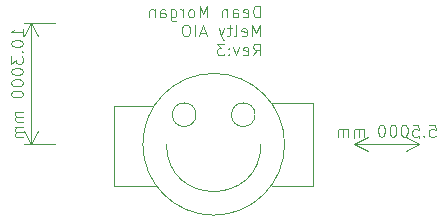
<source format=gbr>
%TF.GenerationSoftware,KiCad,Pcbnew,9.0.3*%
%TF.CreationDate,2025-07-29T21:31:59-06:00*%
%TF.ProjectId,AIOMeltyV3,41494f4d-656c-4747-9956-332e6b696361,rev?*%
%TF.SameCoordinates,Original*%
%TF.FileFunction,Legend,Bot*%
%TF.FilePolarity,Positive*%
%FSLAX46Y46*%
G04 Gerber Fmt 4.6, Leading zero omitted, Abs format (unit mm)*
G04 Created by KiCad (PCBNEW 9.0.3) date 2025-07-29 21:31:59*
%MOMM*%
%LPD*%
G01*
G04 APERTURE LIST*
%ADD10C,0.100000*%
G04 APERTURE END LIST*
D10*
X157250000Y-102950000D02*
G75*
G02*
X149250000Y-102950000I-4000000J0D01*
G01*
X161650000Y-99450000D02*
X161650000Y-106450000D01*
X144850000Y-106450000D02*
X144850000Y-99750000D01*
X156750000Y-100450000D02*
G75*
G02*
X154750000Y-100450000I-1000000J0D01*
G01*
X154750000Y-100450000D02*
G75*
G02*
X156750000Y-100450000I1000000J0D01*
G01*
X148350000Y-106450000D02*
X144850000Y-106450000D01*
X159250833Y-102950000D02*
G75*
G02*
X147249167Y-102950000I-6000833J0D01*
G01*
X147249167Y-102950000D02*
G75*
G02*
X159250833Y-102950000I6000833J0D01*
G01*
X161650000Y-106450000D02*
X158150000Y-106450000D01*
X151750000Y-100450000D02*
G75*
G02*
X149750000Y-100450000I-1000000J0D01*
G01*
X149750000Y-100450000D02*
G75*
G02*
X151750000Y-100450000I1000000J0D01*
G01*
X144850000Y-99750000D02*
X148150000Y-99750000D01*
X158150000Y-99450000D02*
X161650000Y-99450000D01*
X157146115Y-92202531D02*
X157146115Y-91202531D01*
X157146115Y-91202531D02*
X156908020Y-91202531D01*
X156908020Y-91202531D02*
X156765163Y-91250150D01*
X156765163Y-91250150D02*
X156669925Y-91345388D01*
X156669925Y-91345388D02*
X156622306Y-91440626D01*
X156622306Y-91440626D02*
X156574687Y-91631102D01*
X156574687Y-91631102D02*
X156574687Y-91773959D01*
X156574687Y-91773959D02*
X156622306Y-91964435D01*
X156622306Y-91964435D02*
X156669925Y-92059673D01*
X156669925Y-92059673D02*
X156765163Y-92154912D01*
X156765163Y-92154912D02*
X156908020Y-92202531D01*
X156908020Y-92202531D02*
X157146115Y-92202531D01*
X155765163Y-92154912D02*
X155860401Y-92202531D01*
X155860401Y-92202531D02*
X156050877Y-92202531D01*
X156050877Y-92202531D02*
X156146115Y-92154912D01*
X156146115Y-92154912D02*
X156193734Y-92059673D01*
X156193734Y-92059673D02*
X156193734Y-91678721D01*
X156193734Y-91678721D02*
X156146115Y-91583483D01*
X156146115Y-91583483D02*
X156050877Y-91535864D01*
X156050877Y-91535864D02*
X155860401Y-91535864D01*
X155860401Y-91535864D02*
X155765163Y-91583483D01*
X155765163Y-91583483D02*
X155717544Y-91678721D01*
X155717544Y-91678721D02*
X155717544Y-91773959D01*
X155717544Y-91773959D02*
X156193734Y-91869197D01*
X154860401Y-92202531D02*
X154860401Y-91678721D01*
X154860401Y-91678721D02*
X154908020Y-91583483D01*
X154908020Y-91583483D02*
X155003258Y-91535864D01*
X155003258Y-91535864D02*
X155193734Y-91535864D01*
X155193734Y-91535864D02*
X155288972Y-91583483D01*
X154860401Y-92154912D02*
X154955639Y-92202531D01*
X154955639Y-92202531D02*
X155193734Y-92202531D01*
X155193734Y-92202531D02*
X155288972Y-92154912D01*
X155288972Y-92154912D02*
X155336591Y-92059673D01*
X155336591Y-92059673D02*
X155336591Y-91964435D01*
X155336591Y-91964435D02*
X155288972Y-91869197D01*
X155288972Y-91869197D02*
X155193734Y-91821578D01*
X155193734Y-91821578D02*
X154955639Y-91821578D01*
X154955639Y-91821578D02*
X154860401Y-91773959D01*
X154384210Y-91535864D02*
X154384210Y-92202531D01*
X154384210Y-91631102D02*
X154336591Y-91583483D01*
X154336591Y-91583483D02*
X154241353Y-91535864D01*
X154241353Y-91535864D02*
X154098496Y-91535864D01*
X154098496Y-91535864D02*
X154003258Y-91583483D01*
X154003258Y-91583483D02*
X153955639Y-91678721D01*
X153955639Y-91678721D02*
X153955639Y-92202531D01*
X152717543Y-92202531D02*
X152717543Y-91202531D01*
X152717543Y-91202531D02*
X152384210Y-91916816D01*
X152384210Y-91916816D02*
X152050877Y-91202531D01*
X152050877Y-91202531D02*
X152050877Y-92202531D01*
X151431829Y-92202531D02*
X151527067Y-92154912D01*
X151527067Y-92154912D02*
X151574686Y-92107292D01*
X151574686Y-92107292D02*
X151622305Y-92012054D01*
X151622305Y-92012054D02*
X151622305Y-91726340D01*
X151622305Y-91726340D02*
X151574686Y-91631102D01*
X151574686Y-91631102D02*
X151527067Y-91583483D01*
X151527067Y-91583483D02*
X151431829Y-91535864D01*
X151431829Y-91535864D02*
X151288972Y-91535864D01*
X151288972Y-91535864D02*
X151193734Y-91583483D01*
X151193734Y-91583483D02*
X151146115Y-91631102D01*
X151146115Y-91631102D02*
X151098496Y-91726340D01*
X151098496Y-91726340D02*
X151098496Y-92012054D01*
X151098496Y-92012054D02*
X151146115Y-92107292D01*
X151146115Y-92107292D02*
X151193734Y-92154912D01*
X151193734Y-92154912D02*
X151288972Y-92202531D01*
X151288972Y-92202531D02*
X151431829Y-92202531D01*
X150669924Y-92202531D02*
X150669924Y-91535864D01*
X150669924Y-91726340D02*
X150622305Y-91631102D01*
X150622305Y-91631102D02*
X150574686Y-91583483D01*
X150574686Y-91583483D02*
X150479448Y-91535864D01*
X150479448Y-91535864D02*
X150384210Y-91535864D01*
X149622305Y-91535864D02*
X149622305Y-92345388D01*
X149622305Y-92345388D02*
X149669924Y-92440626D01*
X149669924Y-92440626D02*
X149717543Y-92488245D01*
X149717543Y-92488245D02*
X149812781Y-92535864D01*
X149812781Y-92535864D02*
X149955638Y-92535864D01*
X149955638Y-92535864D02*
X150050876Y-92488245D01*
X149622305Y-92154912D02*
X149717543Y-92202531D01*
X149717543Y-92202531D02*
X149908019Y-92202531D01*
X149908019Y-92202531D02*
X150003257Y-92154912D01*
X150003257Y-92154912D02*
X150050876Y-92107292D01*
X150050876Y-92107292D02*
X150098495Y-92012054D01*
X150098495Y-92012054D02*
X150098495Y-91726340D01*
X150098495Y-91726340D02*
X150050876Y-91631102D01*
X150050876Y-91631102D02*
X150003257Y-91583483D01*
X150003257Y-91583483D02*
X149908019Y-91535864D01*
X149908019Y-91535864D02*
X149717543Y-91535864D01*
X149717543Y-91535864D02*
X149622305Y-91583483D01*
X148717543Y-92202531D02*
X148717543Y-91678721D01*
X148717543Y-91678721D02*
X148765162Y-91583483D01*
X148765162Y-91583483D02*
X148860400Y-91535864D01*
X148860400Y-91535864D02*
X149050876Y-91535864D01*
X149050876Y-91535864D02*
X149146114Y-91583483D01*
X148717543Y-92154912D02*
X148812781Y-92202531D01*
X148812781Y-92202531D02*
X149050876Y-92202531D01*
X149050876Y-92202531D02*
X149146114Y-92154912D01*
X149146114Y-92154912D02*
X149193733Y-92059673D01*
X149193733Y-92059673D02*
X149193733Y-91964435D01*
X149193733Y-91964435D02*
X149146114Y-91869197D01*
X149146114Y-91869197D02*
X149050876Y-91821578D01*
X149050876Y-91821578D02*
X148812781Y-91821578D01*
X148812781Y-91821578D02*
X148717543Y-91773959D01*
X148241352Y-91535864D02*
X148241352Y-92202531D01*
X148241352Y-91631102D02*
X148193733Y-91583483D01*
X148193733Y-91583483D02*
X148098495Y-91535864D01*
X148098495Y-91535864D02*
X147955638Y-91535864D01*
X147955638Y-91535864D02*
X147860400Y-91583483D01*
X147860400Y-91583483D02*
X147812781Y-91678721D01*
X147812781Y-91678721D02*
X147812781Y-92202531D01*
X157146115Y-93812475D02*
X157146115Y-92812475D01*
X157146115Y-92812475D02*
X156812782Y-93526760D01*
X156812782Y-93526760D02*
X156479449Y-92812475D01*
X156479449Y-92812475D02*
X156479449Y-93812475D01*
X155622306Y-93764856D02*
X155717544Y-93812475D01*
X155717544Y-93812475D02*
X155908020Y-93812475D01*
X155908020Y-93812475D02*
X156003258Y-93764856D01*
X156003258Y-93764856D02*
X156050877Y-93669617D01*
X156050877Y-93669617D02*
X156050877Y-93288665D01*
X156050877Y-93288665D02*
X156003258Y-93193427D01*
X156003258Y-93193427D02*
X155908020Y-93145808D01*
X155908020Y-93145808D02*
X155717544Y-93145808D01*
X155717544Y-93145808D02*
X155622306Y-93193427D01*
X155622306Y-93193427D02*
X155574687Y-93288665D01*
X155574687Y-93288665D02*
X155574687Y-93383903D01*
X155574687Y-93383903D02*
X156050877Y-93479141D01*
X155003258Y-93812475D02*
X155098496Y-93764856D01*
X155098496Y-93764856D02*
X155146115Y-93669617D01*
X155146115Y-93669617D02*
X155146115Y-92812475D01*
X154765162Y-93145808D02*
X154384210Y-93145808D01*
X154622305Y-92812475D02*
X154622305Y-93669617D01*
X154622305Y-93669617D02*
X154574686Y-93764856D01*
X154574686Y-93764856D02*
X154479448Y-93812475D01*
X154479448Y-93812475D02*
X154384210Y-93812475D01*
X154146114Y-93145808D02*
X153908019Y-93812475D01*
X153669924Y-93145808D02*
X153908019Y-93812475D01*
X153908019Y-93812475D02*
X154003257Y-94050570D01*
X154003257Y-94050570D02*
X154050876Y-94098189D01*
X154050876Y-94098189D02*
X154146114Y-94145808D01*
X152574685Y-93526760D02*
X152098495Y-93526760D01*
X152669923Y-93812475D02*
X152336590Y-92812475D01*
X152336590Y-92812475D02*
X152003257Y-93812475D01*
X151669923Y-93812475D02*
X151669923Y-92812475D01*
X151003257Y-92812475D02*
X150812781Y-92812475D01*
X150812781Y-92812475D02*
X150717543Y-92860094D01*
X150717543Y-92860094D02*
X150622305Y-92955332D01*
X150622305Y-92955332D02*
X150574686Y-93145808D01*
X150574686Y-93145808D02*
X150574686Y-93479141D01*
X150574686Y-93479141D02*
X150622305Y-93669617D01*
X150622305Y-93669617D02*
X150717543Y-93764856D01*
X150717543Y-93764856D02*
X150812781Y-93812475D01*
X150812781Y-93812475D02*
X151003257Y-93812475D01*
X151003257Y-93812475D02*
X151098495Y-93764856D01*
X151098495Y-93764856D02*
X151193733Y-93669617D01*
X151193733Y-93669617D02*
X151241352Y-93479141D01*
X151241352Y-93479141D02*
X151241352Y-93145808D01*
X151241352Y-93145808D02*
X151193733Y-92955332D01*
X151193733Y-92955332D02*
X151098495Y-92860094D01*
X151098495Y-92860094D02*
X151003257Y-92812475D01*
X156574687Y-95422419D02*
X156908020Y-94946228D01*
X157146115Y-95422419D02*
X157146115Y-94422419D01*
X157146115Y-94422419D02*
X156765163Y-94422419D01*
X156765163Y-94422419D02*
X156669925Y-94470038D01*
X156669925Y-94470038D02*
X156622306Y-94517657D01*
X156622306Y-94517657D02*
X156574687Y-94612895D01*
X156574687Y-94612895D02*
X156574687Y-94755752D01*
X156574687Y-94755752D02*
X156622306Y-94850990D01*
X156622306Y-94850990D02*
X156669925Y-94898609D01*
X156669925Y-94898609D02*
X156765163Y-94946228D01*
X156765163Y-94946228D02*
X157146115Y-94946228D01*
X155765163Y-95374800D02*
X155860401Y-95422419D01*
X155860401Y-95422419D02*
X156050877Y-95422419D01*
X156050877Y-95422419D02*
X156146115Y-95374800D01*
X156146115Y-95374800D02*
X156193734Y-95279561D01*
X156193734Y-95279561D02*
X156193734Y-94898609D01*
X156193734Y-94898609D02*
X156146115Y-94803371D01*
X156146115Y-94803371D02*
X156050877Y-94755752D01*
X156050877Y-94755752D02*
X155860401Y-94755752D01*
X155860401Y-94755752D02*
X155765163Y-94803371D01*
X155765163Y-94803371D02*
X155717544Y-94898609D01*
X155717544Y-94898609D02*
X155717544Y-94993847D01*
X155717544Y-94993847D02*
X156193734Y-95089085D01*
X155384210Y-94755752D02*
X155146115Y-95422419D01*
X155146115Y-95422419D02*
X154908020Y-94755752D01*
X154527067Y-95327180D02*
X154479448Y-95374800D01*
X154479448Y-95374800D02*
X154527067Y-95422419D01*
X154527067Y-95422419D02*
X154574686Y-95374800D01*
X154574686Y-95374800D02*
X154527067Y-95327180D01*
X154527067Y-95327180D02*
X154527067Y-95422419D01*
X154527067Y-94803371D02*
X154479448Y-94850990D01*
X154479448Y-94850990D02*
X154527067Y-94898609D01*
X154527067Y-94898609D02*
X154574686Y-94850990D01*
X154574686Y-94850990D02*
X154527067Y-94803371D01*
X154527067Y-94803371D02*
X154527067Y-94898609D01*
X154146115Y-94422419D02*
X153527068Y-94422419D01*
X153527068Y-94422419D02*
X153860401Y-94803371D01*
X153860401Y-94803371D02*
X153717544Y-94803371D01*
X153717544Y-94803371D02*
X153622306Y-94850990D01*
X153622306Y-94850990D02*
X153574687Y-94898609D01*
X153574687Y-94898609D02*
X153527068Y-94993847D01*
X153527068Y-94993847D02*
X153527068Y-95231942D01*
X153527068Y-95231942D02*
X153574687Y-95327180D01*
X153574687Y-95327180D02*
X153622306Y-95374800D01*
X153622306Y-95374800D02*
X153717544Y-95422419D01*
X153717544Y-95422419D02*
X154003258Y-95422419D01*
X154003258Y-95422419D02*
X154098496Y-95374800D01*
X154098496Y-95374800D02*
X154146115Y-95327180D01*
X137107420Y-93752381D02*
X137107420Y-93180953D01*
X137107420Y-93466667D02*
X136107420Y-93466667D01*
X136107420Y-93466667D02*
X136250277Y-93371429D01*
X136250277Y-93371429D02*
X136345515Y-93276191D01*
X136345515Y-93276191D02*
X136393134Y-93180953D01*
X136107420Y-94371429D02*
X136107420Y-94466667D01*
X136107420Y-94466667D02*
X136155039Y-94561905D01*
X136155039Y-94561905D02*
X136202658Y-94609524D01*
X136202658Y-94609524D02*
X136297896Y-94657143D01*
X136297896Y-94657143D02*
X136488372Y-94704762D01*
X136488372Y-94704762D02*
X136726467Y-94704762D01*
X136726467Y-94704762D02*
X136916943Y-94657143D01*
X136916943Y-94657143D02*
X137012181Y-94609524D01*
X137012181Y-94609524D02*
X137059801Y-94561905D01*
X137059801Y-94561905D02*
X137107420Y-94466667D01*
X137107420Y-94466667D02*
X137107420Y-94371429D01*
X137107420Y-94371429D02*
X137059801Y-94276191D01*
X137059801Y-94276191D02*
X137012181Y-94228572D01*
X137012181Y-94228572D02*
X136916943Y-94180953D01*
X136916943Y-94180953D02*
X136726467Y-94133334D01*
X136726467Y-94133334D02*
X136488372Y-94133334D01*
X136488372Y-94133334D02*
X136297896Y-94180953D01*
X136297896Y-94180953D02*
X136202658Y-94228572D01*
X136202658Y-94228572D02*
X136155039Y-94276191D01*
X136155039Y-94276191D02*
X136107420Y-94371429D01*
X137012181Y-95133334D02*
X137059801Y-95180953D01*
X137059801Y-95180953D02*
X137107420Y-95133334D01*
X137107420Y-95133334D02*
X137059801Y-95085715D01*
X137059801Y-95085715D02*
X137012181Y-95133334D01*
X137012181Y-95133334D02*
X137107420Y-95133334D01*
X136107420Y-95514286D02*
X136107420Y-96133333D01*
X136107420Y-96133333D02*
X136488372Y-95800000D01*
X136488372Y-95800000D02*
X136488372Y-95942857D01*
X136488372Y-95942857D02*
X136535991Y-96038095D01*
X136535991Y-96038095D02*
X136583610Y-96085714D01*
X136583610Y-96085714D02*
X136678848Y-96133333D01*
X136678848Y-96133333D02*
X136916943Y-96133333D01*
X136916943Y-96133333D02*
X137012181Y-96085714D01*
X137012181Y-96085714D02*
X137059801Y-96038095D01*
X137059801Y-96038095D02*
X137107420Y-95942857D01*
X137107420Y-95942857D02*
X137107420Y-95657143D01*
X137107420Y-95657143D02*
X137059801Y-95561905D01*
X137059801Y-95561905D02*
X137012181Y-95514286D01*
X136107420Y-96752381D02*
X136107420Y-96847619D01*
X136107420Y-96847619D02*
X136155039Y-96942857D01*
X136155039Y-96942857D02*
X136202658Y-96990476D01*
X136202658Y-96990476D02*
X136297896Y-97038095D01*
X136297896Y-97038095D02*
X136488372Y-97085714D01*
X136488372Y-97085714D02*
X136726467Y-97085714D01*
X136726467Y-97085714D02*
X136916943Y-97038095D01*
X136916943Y-97038095D02*
X137012181Y-96990476D01*
X137012181Y-96990476D02*
X137059801Y-96942857D01*
X137059801Y-96942857D02*
X137107420Y-96847619D01*
X137107420Y-96847619D02*
X137107420Y-96752381D01*
X137107420Y-96752381D02*
X137059801Y-96657143D01*
X137059801Y-96657143D02*
X137012181Y-96609524D01*
X137012181Y-96609524D02*
X136916943Y-96561905D01*
X136916943Y-96561905D02*
X136726467Y-96514286D01*
X136726467Y-96514286D02*
X136488372Y-96514286D01*
X136488372Y-96514286D02*
X136297896Y-96561905D01*
X136297896Y-96561905D02*
X136202658Y-96609524D01*
X136202658Y-96609524D02*
X136155039Y-96657143D01*
X136155039Y-96657143D02*
X136107420Y-96752381D01*
X136107420Y-97704762D02*
X136107420Y-97800000D01*
X136107420Y-97800000D02*
X136155039Y-97895238D01*
X136155039Y-97895238D02*
X136202658Y-97942857D01*
X136202658Y-97942857D02*
X136297896Y-97990476D01*
X136297896Y-97990476D02*
X136488372Y-98038095D01*
X136488372Y-98038095D02*
X136726467Y-98038095D01*
X136726467Y-98038095D02*
X136916943Y-97990476D01*
X136916943Y-97990476D02*
X137012181Y-97942857D01*
X137012181Y-97942857D02*
X137059801Y-97895238D01*
X137059801Y-97895238D02*
X137107420Y-97800000D01*
X137107420Y-97800000D02*
X137107420Y-97704762D01*
X137107420Y-97704762D02*
X137059801Y-97609524D01*
X137059801Y-97609524D02*
X137012181Y-97561905D01*
X137012181Y-97561905D02*
X136916943Y-97514286D01*
X136916943Y-97514286D02*
X136726467Y-97466667D01*
X136726467Y-97466667D02*
X136488372Y-97466667D01*
X136488372Y-97466667D02*
X136297896Y-97514286D01*
X136297896Y-97514286D02*
X136202658Y-97561905D01*
X136202658Y-97561905D02*
X136155039Y-97609524D01*
X136155039Y-97609524D02*
X136107420Y-97704762D01*
X136107420Y-98657143D02*
X136107420Y-98752381D01*
X136107420Y-98752381D02*
X136155039Y-98847619D01*
X136155039Y-98847619D02*
X136202658Y-98895238D01*
X136202658Y-98895238D02*
X136297896Y-98942857D01*
X136297896Y-98942857D02*
X136488372Y-98990476D01*
X136488372Y-98990476D02*
X136726467Y-98990476D01*
X136726467Y-98990476D02*
X136916943Y-98942857D01*
X136916943Y-98942857D02*
X137012181Y-98895238D01*
X137012181Y-98895238D02*
X137059801Y-98847619D01*
X137059801Y-98847619D02*
X137107420Y-98752381D01*
X137107420Y-98752381D02*
X137107420Y-98657143D01*
X137107420Y-98657143D02*
X137059801Y-98561905D01*
X137059801Y-98561905D02*
X137012181Y-98514286D01*
X137012181Y-98514286D02*
X136916943Y-98466667D01*
X136916943Y-98466667D02*
X136726467Y-98419048D01*
X136726467Y-98419048D02*
X136488372Y-98419048D01*
X136488372Y-98419048D02*
X136297896Y-98466667D01*
X136297896Y-98466667D02*
X136202658Y-98514286D01*
X136202658Y-98514286D02*
X136155039Y-98561905D01*
X136155039Y-98561905D02*
X136107420Y-98657143D01*
X137107420Y-100180953D02*
X136440753Y-100180953D01*
X136535991Y-100180953D02*
X136488372Y-100228572D01*
X136488372Y-100228572D02*
X136440753Y-100323810D01*
X136440753Y-100323810D02*
X136440753Y-100466667D01*
X136440753Y-100466667D02*
X136488372Y-100561905D01*
X136488372Y-100561905D02*
X136583610Y-100609524D01*
X136583610Y-100609524D02*
X137107420Y-100609524D01*
X136583610Y-100609524D02*
X136488372Y-100657143D01*
X136488372Y-100657143D02*
X136440753Y-100752381D01*
X136440753Y-100752381D02*
X136440753Y-100895238D01*
X136440753Y-100895238D02*
X136488372Y-100990477D01*
X136488372Y-100990477D02*
X136583610Y-101038096D01*
X136583610Y-101038096D02*
X137107420Y-101038096D01*
X137107420Y-101514286D02*
X136440753Y-101514286D01*
X136535991Y-101514286D02*
X136488372Y-101561905D01*
X136488372Y-101561905D02*
X136440753Y-101657143D01*
X136440753Y-101657143D02*
X136440753Y-101800000D01*
X136440753Y-101800000D02*
X136488372Y-101895238D01*
X136488372Y-101895238D02*
X136583610Y-101942857D01*
X136583610Y-101942857D02*
X137107420Y-101942857D01*
X136583610Y-101942857D02*
X136488372Y-101990476D01*
X136488372Y-101990476D02*
X136440753Y-102085714D01*
X136440753Y-102085714D02*
X136440753Y-102228571D01*
X136440753Y-102228571D02*
X136488372Y-102323810D01*
X136488372Y-102323810D02*
X136583610Y-102371429D01*
X136583610Y-102371429D02*
X137107420Y-102371429D01*
X139850000Y-92650000D02*
X137163581Y-92650000D01*
X139850000Y-102950000D02*
X137163581Y-102950000D01*
X137750001Y-92650000D02*
X137750001Y-102950000D01*
X137750001Y-92650000D02*
X138336422Y-93776504D01*
X137750001Y-92650000D02*
X137163580Y-93776504D01*
X137750001Y-102950000D02*
X137163580Y-101823496D01*
X137750001Y-102950000D02*
X138336422Y-101823496D01*
X171519047Y-101307419D02*
X171995237Y-101307419D01*
X171995237Y-101307419D02*
X172042856Y-101783609D01*
X172042856Y-101783609D02*
X171995237Y-101735990D01*
X171995237Y-101735990D02*
X171899999Y-101688371D01*
X171899999Y-101688371D02*
X171661904Y-101688371D01*
X171661904Y-101688371D02*
X171566666Y-101735990D01*
X171566666Y-101735990D02*
X171519047Y-101783609D01*
X171519047Y-101783609D02*
X171471428Y-101878847D01*
X171471428Y-101878847D02*
X171471428Y-102116942D01*
X171471428Y-102116942D02*
X171519047Y-102212180D01*
X171519047Y-102212180D02*
X171566666Y-102259800D01*
X171566666Y-102259800D02*
X171661904Y-102307419D01*
X171661904Y-102307419D02*
X171899999Y-102307419D01*
X171899999Y-102307419D02*
X171995237Y-102259800D01*
X171995237Y-102259800D02*
X172042856Y-102212180D01*
X171042856Y-102212180D02*
X170995237Y-102259800D01*
X170995237Y-102259800D02*
X171042856Y-102307419D01*
X171042856Y-102307419D02*
X171090475Y-102259800D01*
X171090475Y-102259800D02*
X171042856Y-102212180D01*
X171042856Y-102212180D02*
X171042856Y-102307419D01*
X170090476Y-101307419D02*
X170566666Y-101307419D01*
X170566666Y-101307419D02*
X170614285Y-101783609D01*
X170614285Y-101783609D02*
X170566666Y-101735990D01*
X170566666Y-101735990D02*
X170471428Y-101688371D01*
X170471428Y-101688371D02*
X170233333Y-101688371D01*
X170233333Y-101688371D02*
X170138095Y-101735990D01*
X170138095Y-101735990D02*
X170090476Y-101783609D01*
X170090476Y-101783609D02*
X170042857Y-101878847D01*
X170042857Y-101878847D02*
X170042857Y-102116942D01*
X170042857Y-102116942D02*
X170090476Y-102212180D01*
X170090476Y-102212180D02*
X170138095Y-102259800D01*
X170138095Y-102259800D02*
X170233333Y-102307419D01*
X170233333Y-102307419D02*
X170471428Y-102307419D01*
X170471428Y-102307419D02*
X170566666Y-102259800D01*
X170566666Y-102259800D02*
X170614285Y-102212180D01*
X169423809Y-101307419D02*
X169328571Y-101307419D01*
X169328571Y-101307419D02*
X169233333Y-101355038D01*
X169233333Y-101355038D02*
X169185714Y-101402657D01*
X169185714Y-101402657D02*
X169138095Y-101497895D01*
X169138095Y-101497895D02*
X169090476Y-101688371D01*
X169090476Y-101688371D02*
X169090476Y-101926466D01*
X169090476Y-101926466D02*
X169138095Y-102116942D01*
X169138095Y-102116942D02*
X169185714Y-102212180D01*
X169185714Y-102212180D02*
X169233333Y-102259800D01*
X169233333Y-102259800D02*
X169328571Y-102307419D01*
X169328571Y-102307419D02*
X169423809Y-102307419D01*
X169423809Y-102307419D02*
X169519047Y-102259800D01*
X169519047Y-102259800D02*
X169566666Y-102212180D01*
X169566666Y-102212180D02*
X169614285Y-102116942D01*
X169614285Y-102116942D02*
X169661904Y-101926466D01*
X169661904Y-101926466D02*
X169661904Y-101688371D01*
X169661904Y-101688371D02*
X169614285Y-101497895D01*
X169614285Y-101497895D02*
X169566666Y-101402657D01*
X169566666Y-101402657D02*
X169519047Y-101355038D01*
X169519047Y-101355038D02*
X169423809Y-101307419D01*
X168471428Y-101307419D02*
X168376190Y-101307419D01*
X168376190Y-101307419D02*
X168280952Y-101355038D01*
X168280952Y-101355038D02*
X168233333Y-101402657D01*
X168233333Y-101402657D02*
X168185714Y-101497895D01*
X168185714Y-101497895D02*
X168138095Y-101688371D01*
X168138095Y-101688371D02*
X168138095Y-101926466D01*
X168138095Y-101926466D02*
X168185714Y-102116942D01*
X168185714Y-102116942D02*
X168233333Y-102212180D01*
X168233333Y-102212180D02*
X168280952Y-102259800D01*
X168280952Y-102259800D02*
X168376190Y-102307419D01*
X168376190Y-102307419D02*
X168471428Y-102307419D01*
X168471428Y-102307419D02*
X168566666Y-102259800D01*
X168566666Y-102259800D02*
X168614285Y-102212180D01*
X168614285Y-102212180D02*
X168661904Y-102116942D01*
X168661904Y-102116942D02*
X168709523Y-101926466D01*
X168709523Y-101926466D02*
X168709523Y-101688371D01*
X168709523Y-101688371D02*
X168661904Y-101497895D01*
X168661904Y-101497895D02*
X168614285Y-101402657D01*
X168614285Y-101402657D02*
X168566666Y-101355038D01*
X168566666Y-101355038D02*
X168471428Y-101307419D01*
X167519047Y-101307419D02*
X167423809Y-101307419D01*
X167423809Y-101307419D02*
X167328571Y-101355038D01*
X167328571Y-101355038D02*
X167280952Y-101402657D01*
X167280952Y-101402657D02*
X167233333Y-101497895D01*
X167233333Y-101497895D02*
X167185714Y-101688371D01*
X167185714Y-101688371D02*
X167185714Y-101926466D01*
X167185714Y-101926466D02*
X167233333Y-102116942D01*
X167233333Y-102116942D02*
X167280952Y-102212180D01*
X167280952Y-102212180D02*
X167328571Y-102259800D01*
X167328571Y-102259800D02*
X167423809Y-102307419D01*
X167423809Y-102307419D02*
X167519047Y-102307419D01*
X167519047Y-102307419D02*
X167614285Y-102259800D01*
X167614285Y-102259800D02*
X167661904Y-102212180D01*
X167661904Y-102212180D02*
X167709523Y-102116942D01*
X167709523Y-102116942D02*
X167757142Y-101926466D01*
X167757142Y-101926466D02*
X167757142Y-101688371D01*
X167757142Y-101688371D02*
X167709523Y-101497895D01*
X167709523Y-101497895D02*
X167661904Y-101402657D01*
X167661904Y-101402657D02*
X167614285Y-101355038D01*
X167614285Y-101355038D02*
X167519047Y-101307419D01*
X165995237Y-102307419D02*
X165995237Y-101640752D01*
X165995237Y-101735990D02*
X165947618Y-101688371D01*
X165947618Y-101688371D02*
X165852380Y-101640752D01*
X165852380Y-101640752D02*
X165709523Y-101640752D01*
X165709523Y-101640752D02*
X165614285Y-101688371D01*
X165614285Y-101688371D02*
X165566666Y-101783609D01*
X165566666Y-101783609D02*
X165566666Y-102307419D01*
X165566666Y-101783609D02*
X165519047Y-101688371D01*
X165519047Y-101688371D02*
X165423809Y-101640752D01*
X165423809Y-101640752D02*
X165280952Y-101640752D01*
X165280952Y-101640752D02*
X165185713Y-101688371D01*
X165185713Y-101688371D02*
X165138094Y-101783609D01*
X165138094Y-101783609D02*
X165138094Y-102307419D01*
X164661904Y-102307419D02*
X164661904Y-101640752D01*
X164661904Y-101735990D02*
X164614285Y-101688371D01*
X164614285Y-101688371D02*
X164519047Y-101640752D01*
X164519047Y-101640752D02*
X164376190Y-101640752D01*
X164376190Y-101640752D02*
X164280952Y-101688371D01*
X164280952Y-101688371D02*
X164233333Y-101783609D01*
X164233333Y-101783609D02*
X164233333Y-102307419D01*
X164233333Y-101783609D02*
X164185714Y-101688371D01*
X164185714Y-101688371D02*
X164090476Y-101640752D01*
X164090476Y-101640752D02*
X163947619Y-101640752D01*
X163947619Y-101640752D02*
X163852380Y-101688371D01*
X163852380Y-101688371D02*
X163804761Y-101783609D01*
X163804761Y-101783609D02*
X163804761Y-102307419D01*
X165150000Y-102450000D02*
X165150000Y-102363580D01*
X170650000Y-102450000D02*
X170650000Y-102363580D01*
X165150000Y-102950000D02*
X170650000Y-102950000D01*
X165150000Y-102950000D02*
X166276504Y-102363579D01*
X165150000Y-102950000D02*
X166276504Y-103536421D01*
X170650000Y-102950000D02*
X169523496Y-103536421D01*
X170650000Y-102950000D02*
X169523496Y-102363579D01*
M02*

</source>
